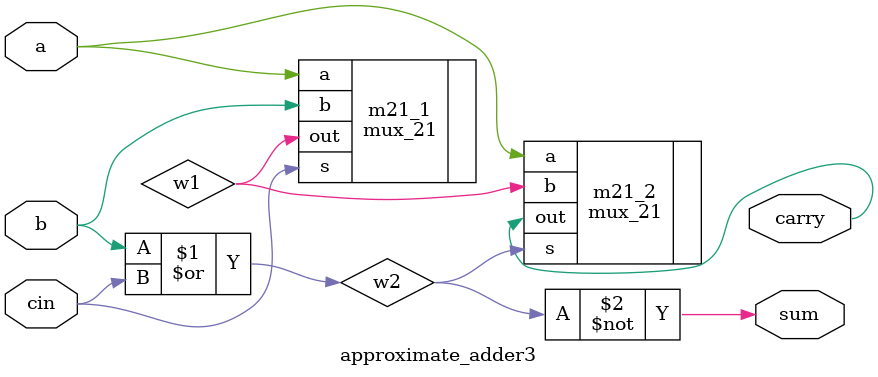
<source format=v>

module approximate_adder3 (input a,b,cin,
                          output sum,carry);
  
  wire w1,w2;
  or o2_i(w2,b,cin);
  mux_21 m21_1 (.a(a),.b(b),.s(cin),.out(w1));
  mux_21 m21_2 (.a(a),.b(w1),.s(w2),.out(carry));
  not sumi (sum,w2);
  
endmodule
</source>
